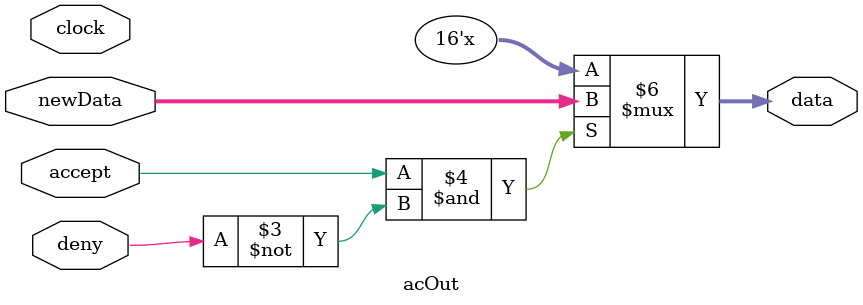
<source format=v>
module acOut ( //Main ALU output accumulator
    input[15:0] newData,
    input accept,
    input deny,
    output reg[15:0] data,
    input clock
);

always @(*)
    begin
        if (accept == 1'b1 & deny == 1'b0)
            data <= newData;
        else
            data <= data;
    end
    
endmodule

</source>
